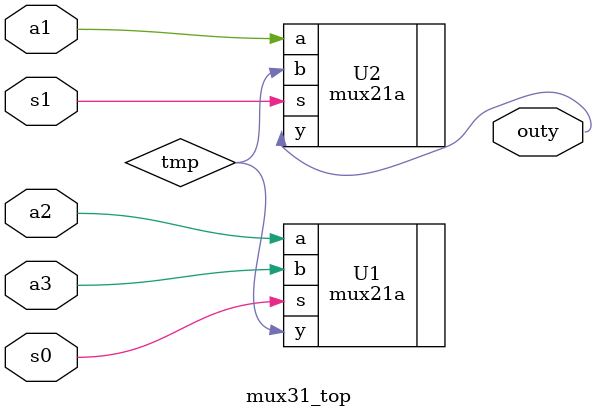
<source format=v>
module mux31_top(a1,a2,a3,s0,s1,outy);
input a1,a2,a3,s0,s1;
output outy;
wire tmp;
mux21a U1(.a(a2),.b(a3),.s(s0),.y(tmp));
mux21a U2(.a(a1),.b(tmp),.s(s1),.y(outy));
endmodule
</source>
